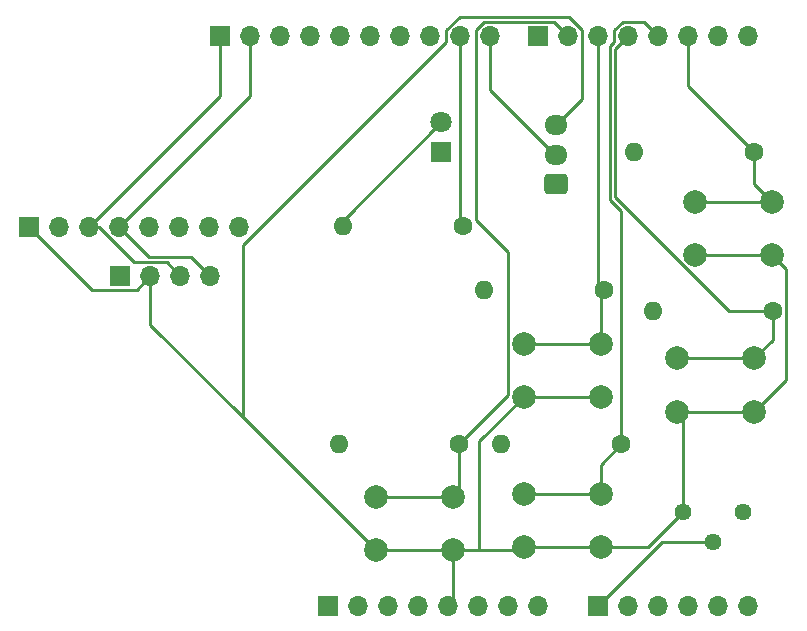
<source format=gbr>
%TF.GenerationSoftware,KiCad,Pcbnew,8.0.8*%
%TF.CreationDate,2025-02-03T18:15:26-07:00*%
%TF.ProjectId,Uno_Shield_ThermoPro,556e6f5f-5368-4696-956c-645f54686572,1.0*%
%TF.SameCoordinates,Original*%
%TF.FileFunction,Copper,L1,Top*%
%TF.FilePolarity,Positive*%
%FSLAX46Y46*%
G04 Gerber Fmt 4.6, Leading zero omitted, Abs format (unit mm)*
G04 Created by KiCad (PCBNEW 8.0.8) date 2025-02-03 18:15:26*
%MOMM*%
%LPD*%
G01*
G04 APERTURE LIST*
G04 Aperture macros list*
%AMRoundRect*
0 Rectangle with rounded corners*
0 $1 Rounding radius*
0 $2 $3 $4 $5 $6 $7 $8 $9 X,Y pos of 4 corners*
0 Add a 4 corners polygon primitive as box body*
4,1,4,$2,$3,$4,$5,$6,$7,$8,$9,$2,$3,0*
0 Add four circle primitives for the rounded corners*
1,1,$1+$1,$2,$3*
1,1,$1+$1,$4,$5*
1,1,$1+$1,$6,$7*
1,1,$1+$1,$8,$9*
0 Add four rect primitives between the rounded corners*
20,1,$1+$1,$2,$3,$4,$5,0*
20,1,$1+$1,$4,$5,$6,$7,0*
20,1,$1+$1,$6,$7,$8,$9,0*
20,1,$1+$1,$8,$9,$2,$3,0*%
G04 Aperture macros list end*
%TA.AperFunction,ComponentPad*%
%ADD10R,1.700000X1.700000*%
%TD*%
%TA.AperFunction,ComponentPad*%
%ADD11O,1.700000X1.700000*%
%TD*%
%TA.AperFunction,ComponentPad*%
%ADD12C,2.000000*%
%TD*%
%TA.AperFunction,ComponentPad*%
%ADD13R,1.800000X1.800000*%
%TD*%
%TA.AperFunction,ComponentPad*%
%ADD14C,1.800000*%
%TD*%
%TA.AperFunction,ComponentPad*%
%ADD15C,1.600000*%
%TD*%
%TA.AperFunction,ComponentPad*%
%ADD16O,1.600000X1.600000*%
%TD*%
%TA.AperFunction,ComponentPad*%
%ADD17RoundRect,0.250000X0.725000X-0.600000X0.725000X0.600000X-0.725000X0.600000X-0.725000X-0.600000X0*%
%TD*%
%TA.AperFunction,ComponentPad*%
%ADD18O,1.950000X1.700000*%
%TD*%
%TA.AperFunction,ComponentPad*%
%ADD19C,1.440000*%
%TD*%
%TA.AperFunction,Conductor*%
%ADD20C,0.250000*%
%TD*%
G04 APERTURE END LIST*
D10*
%TO.P,J1,1,Pin_1*%
%TO.N,unconnected-(J1-Pin_1-Pad1)*%
X127940000Y-97460000D03*
D11*
%TO.P,J1,2,Pin_2*%
%TO.N,/IOREF*%
X130480000Y-97460000D03*
%TO.P,J1,3,Pin_3*%
%TO.N,/~{RESET}*%
X133020000Y-97460000D03*
%TO.P,J1,4,Pin_4*%
%TO.N,+3V3*%
X135560000Y-97460000D03*
%TO.P,J1,5,Pin_5*%
%TO.N,+5V*%
X138100000Y-97460000D03*
%TO.P,J1,6,Pin_6*%
%TO.N,GND*%
X140640000Y-97460000D03*
%TO.P,J1,7,Pin_7*%
X143180000Y-97460000D03*
%TO.P,J1,8,Pin_8*%
%TO.N,VCC*%
X145720000Y-97460000D03*
%TD*%
D10*
%TO.P,J3,1,Pin_1*%
%TO.N,/temp_sensor*%
X150800000Y-97460000D03*
D11*
%TO.P,J3,2,Pin_2*%
%TO.N,/A1*%
X153340000Y-97460000D03*
%TO.P,J3,3,Pin_3*%
%TO.N,/A2*%
X155880000Y-97460000D03*
%TO.P,J3,4,Pin_4*%
%TO.N,/A3*%
X158420000Y-97460000D03*
%TO.P,J3,5,Pin_5*%
%TO.N,/SDA{slash}A4*%
X160960000Y-97460000D03*
%TO.P,J3,6,Pin_6*%
%TO.N,/SCL{slash}A5*%
X163500000Y-97460000D03*
%TD*%
D10*
%TO.P,J2,1,Pin_1*%
%TO.N,/I2C_SCL*%
X118796000Y-49200000D03*
D11*
%TO.P,J2,2,Pin_2*%
%TO.N,/I2C_SDA*%
X121336000Y-49200000D03*
%TO.P,J2,3,Pin_3*%
%TO.N,/AREF*%
X123876000Y-49200000D03*
%TO.P,J2,4,Pin_4*%
%TO.N,GND*%
X126416000Y-49200000D03*
%TO.P,J2,5,Pin_5*%
%TO.N,/13*%
X128956000Y-49200000D03*
%TO.P,J2,6,Pin_6*%
%TO.N,/12*%
X131496000Y-49200000D03*
%TO.P,J2,7,Pin_7*%
%TO.N,/\u002A11*%
X134036000Y-49200000D03*
%TO.P,J2,8,Pin_8*%
%TO.N,/\u002A10*%
X136576000Y-49200000D03*
%TO.P,J2,9,Pin_9*%
%TO.N,/led_light*%
X139116000Y-49200000D03*
%TO.P,J2,10,Pin_10*%
%TO.N,/temp_digital*%
X141656000Y-49200000D03*
%TD*%
D10*
%TO.P,J4,1,Pin_1*%
%TO.N,/7*%
X145720000Y-49200000D03*
D11*
%TO.P,J4,2,Pin_2*%
%TO.N,/button_light*%
X148260000Y-49200000D03*
%TO.P,J4,3,Pin_3*%
%TO.N,/button_cal*%
X150800000Y-49200000D03*
%TO.P,J4,4,Pin_4*%
%TO.N,/button_units*%
X153340000Y-49200000D03*
%TO.P,J4,5,Pin_5*%
%TO.N,/button_lock*%
X155880000Y-49200000D03*
%TO.P,J4,6,Pin_6*%
%TO.N,/button_onoff*%
X158420000Y-49200000D03*
%TO.P,J4,7,Pin_7*%
%TO.N,/TX{slash}1*%
X160960000Y-49200000D03*
%TO.P,J4,8,Pin_8*%
%TO.N,/RX{slash}0*%
X163500000Y-49200000D03*
%TD*%
D12*
%TO.P,SW4,1,A*%
%TO.N,/button_lock*%
X144500000Y-88000000D03*
X151000000Y-88000000D03*
%TO.P,SW4,2,B*%
%TO.N,+5V*%
X144500000Y-92500000D03*
X151000000Y-92500000D03*
%TD*%
D13*
%TO.P,D1,1,K*%
%TO.N,GND*%
X137500000Y-59040000D03*
D14*
%TO.P,D1,2,A*%
%TO.N,Net-(D1-A)*%
X137500000Y-56500000D03*
%TD*%
D12*
%TO.P,SW5,1,A*%
%TO.N,/button_light*%
X132000000Y-88250000D03*
X138500000Y-88250000D03*
%TO.P,SW5,2,B*%
%TO.N,+5V*%
X132000000Y-92750000D03*
X138500000Y-92750000D03*
%TD*%
%TO.P,SW2,1,A*%
%TO.N,/button_units*%
X157500000Y-76500000D03*
X164000000Y-76500000D03*
%TO.P,SW2,2,B*%
%TO.N,+5V*%
X157500000Y-81000000D03*
X164000000Y-81000000D03*
%TD*%
D15*
%TO.P,R4,1*%
%TO.N,/button_cal*%
X151330000Y-70750000D03*
D16*
%TO.P,R4,2*%
%TO.N,GND*%
X141170000Y-70750000D03*
%TD*%
D15*
%TO.P,R1,1*%
%TO.N,/led_light*%
X139330000Y-65250000D03*
D16*
%TO.P,R1,2*%
%TO.N,Net-(D1-A)*%
X129170000Y-65250000D03*
%TD*%
D12*
%TO.P,SW3,1,A*%
%TO.N,/button_cal*%
X144500000Y-75250000D03*
X151000000Y-75250000D03*
%TO.P,SW3,2,B*%
%TO.N,+5V*%
X144500000Y-79750000D03*
X151000000Y-79750000D03*
%TD*%
D10*
%TO.P,J6,1,Pin_1*%
%TO.N,GND*%
X110350000Y-69510000D03*
D11*
%TO.P,J6,2,Pin_2*%
%TO.N,+5V*%
X112890000Y-69510000D03*
%TO.P,J6,3,Pin_3*%
%TO.N,/I2C_SCL*%
X115430000Y-69510000D03*
%TO.P,J6,4,Pin_4*%
%TO.N,/I2C_SDA*%
X117970000Y-69510000D03*
%TD*%
D12*
%TO.P,SW1,1,A*%
%TO.N,/button_onoff*%
X159000000Y-63250000D03*
X165500000Y-63250000D03*
%TO.P,SW1,2,B*%
%TO.N,+5V*%
X159000000Y-67750000D03*
X165500000Y-67750000D03*
%TD*%
D15*
%TO.P,R5,1*%
%TO.N,/button_lock*%
X152750000Y-83750000D03*
D16*
%TO.P,R5,2*%
%TO.N,GND*%
X142590000Y-83750000D03*
%TD*%
D17*
%TO.P,J7,1,Pin_1*%
%TO.N,GND*%
X147250000Y-61750000D03*
D18*
%TO.P,J7,2,Pin_2*%
%TO.N,/temp_digital*%
X147250000Y-59250000D03*
%TO.P,J7,3,Pin_3*%
%TO.N,+5V*%
X147250000Y-56750000D03*
%TD*%
D15*
%TO.P,R2,1*%
%TO.N,/button_onoff*%
X164000000Y-59000000D03*
D16*
%TO.P,R2,2*%
%TO.N,GND*%
X153840000Y-59000000D03*
%TD*%
D19*
%TO.P,RV1,1,1*%
%TO.N,+5V*%
X157960000Y-89515000D03*
%TO.P,RV1,2,2*%
%TO.N,/temp_sensor*%
X160500000Y-92055000D03*
%TO.P,RV1,3,3*%
%TO.N,GND*%
X163040000Y-89515000D03*
%TD*%
D10*
%TO.P,J5,1,Pin_1*%
%TO.N,+5V*%
X102630000Y-65380000D03*
D11*
%TO.P,J5,2,Pin_2*%
%TO.N,GND*%
X105170000Y-65380000D03*
%TO.P,J5,3,Pin_3*%
%TO.N,/I2C_SCL*%
X107710000Y-65380000D03*
%TO.P,J5,4,Pin_4*%
%TO.N,/I2C_SDA*%
X110250000Y-65380000D03*
%TO.P,J5,5,Pin_5*%
%TO.N,unconnected-(J5-Pin_5-Pad5)*%
X112790000Y-65380000D03*
%TO.P,J5,6,Pin_6*%
%TO.N,unconnected-(J5-Pin_6-Pad6)*%
X115330000Y-65380000D03*
%TO.P,J5,7,Pin_7*%
%TO.N,unconnected-(J5-Pin_7-Pad7)*%
X117870000Y-65380000D03*
%TO.P,J5,8,Pin_8*%
%TO.N,unconnected-(J5-Pin_8-Pad8)*%
X120410000Y-65380000D03*
%TD*%
D15*
%TO.P,R6,1*%
%TO.N,/button_light*%
X139000000Y-83750000D03*
D16*
%TO.P,R6,2*%
%TO.N,GND*%
X128840000Y-83750000D03*
%TD*%
D15*
%TO.P,R3,1*%
%TO.N,/button_units*%
X165580000Y-72500000D03*
D16*
%TO.P,R3,2*%
%TO.N,GND*%
X155420000Y-72500000D03*
%TD*%
D20*
%TO.N,+5V*%
X112890000Y-73640000D02*
X120750000Y-81500000D01*
X120750000Y-66877701D02*
X120750000Y-81500000D01*
X120750000Y-81500000D02*
X132000000Y-92750000D01*
X147250000Y-56750000D02*
X149435000Y-54565000D01*
X149435000Y-54565000D02*
X149435000Y-48713299D01*
X149435000Y-48713299D02*
X148296701Y-47575000D01*
X148296701Y-47575000D02*
X139079299Y-47575000D01*
X137941000Y-48713299D02*
X137941000Y-49686701D01*
X139079299Y-47575000D02*
X137941000Y-48713299D01*
X137941000Y-49686701D02*
X120750000Y-66877701D01*
%TO.N,/button_light*%
X148260000Y-49200000D02*
X147085000Y-48025000D01*
X147085000Y-48025000D02*
X141169299Y-48025000D01*
X141169299Y-48025000D02*
X140481000Y-48713299D01*
X140481000Y-64811000D02*
X143175000Y-67505000D01*
X140481000Y-48713299D02*
X140481000Y-64811000D01*
X143175000Y-67505000D02*
X143175000Y-79575000D01*
X143175000Y-79575000D02*
X139000000Y-83750000D01*
%TO.N,Net-(D1-A)*%
X129170000Y-64830000D02*
X137500000Y-56500000D01*
%TO.N,/button_light*%
X139000000Y-83750000D02*
X139000000Y-87750000D01*
X132000000Y-88250000D02*
X138500000Y-88250000D01*
%TO.N,+5V*%
X138500000Y-92750000D02*
X140750000Y-92750000D01*
X140750000Y-92750000D02*
X144250000Y-92750000D01*
X144500000Y-79750000D02*
X140750000Y-83500000D01*
X140750000Y-83500000D02*
X140750000Y-92750000D01*
X144500000Y-79750000D02*
X151000000Y-79750000D01*
X165500000Y-67750000D02*
X166705000Y-68955000D01*
X166705000Y-68955000D02*
X166705000Y-78295000D01*
X166705000Y-78295000D02*
X164000000Y-81000000D01*
X112890000Y-69510000D02*
X112890000Y-73640000D01*
X151000000Y-92500000D02*
X154975000Y-92500000D01*
X154975000Y-92500000D02*
X157960000Y-89515000D01*
%TO.N,/button_lock*%
X152750000Y-83750000D02*
X152750000Y-64010229D01*
X152750000Y-64010229D02*
X151800000Y-63060229D01*
X151800000Y-63060229D02*
X151800000Y-50051701D01*
X152165000Y-48713299D02*
X152878299Y-48000000D01*
X151800000Y-50051701D02*
X152165000Y-49686701D01*
X152165000Y-49686701D02*
X152165000Y-48713299D01*
X152878299Y-48000000D02*
X154680000Y-48000000D01*
X154680000Y-48000000D02*
X155880000Y-49200000D01*
%TO.N,/button_cal*%
X151000000Y-75250000D02*
X151000000Y-71080000D01*
X144500000Y-75250000D02*
X151000000Y-75250000D01*
%TO.N,/button_lock*%
X144500000Y-88000000D02*
X151000000Y-88000000D01*
X151000000Y-88000000D02*
X151000000Y-85500000D01*
X151000000Y-85500000D02*
X152750000Y-83750000D01*
%TO.N,+5V*%
X138500000Y-92750000D02*
X138500000Y-97060000D01*
X132000000Y-92750000D02*
X138500000Y-92750000D01*
X144500000Y-92500000D02*
X151000000Y-92500000D01*
X157960000Y-89515000D02*
X157960000Y-81460000D01*
%TO.N,/temp_sensor*%
X150800000Y-97460000D02*
X156205000Y-92055000D01*
X156205000Y-92055000D02*
X160500000Y-92055000D01*
%TO.N,+5V*%
X164000000Y-81000000D02*
X157500000Y-81000000D01*
%TO.N,/button_units*%
X164000000Y-76500000D02*
X165580000Y-74920000D01*
X165580000Y-74920000D02*
X165580000Y-72500000D01*
X164000000Y-76500000D02*
X157500000Y-76500000D01*
X165580000Y-72500000D02*
X161876167Y-72500000D01*
X161876167Y-72500000D02*
X152250000Y-62873833D01*
X152250000Y-62873833D02*
X152250000Y-50290000D01*
X152250000Y-50290000D02*
X153340000Y-49200000D01*
%TO.N,+5V*%
X165500000Y-67750000D02*
X159000000Y-67750000D01*
%TO.N,/button_onoff*%
X165500000Y-63250000D02*
X159000000Y-63250000D01*
X164000000Y-59000000D02*
X164000000Y-61750000D01*
X164000000Y-61750000D02*
X165500000Y-63250000D01*
X158420000Y-49200000D02*
X158420000Y-53420000D01*
X158420000Y-53420000D02*
X164000000Y-59000000D01*
%TO.N,/button_cal*%
X150800000Y-49200000D02*
X150800000Y-70220000D01*
X150800000Y-70220000D02*
X151330000Y-70750000D01*
%TO.N,/temp_digital*%
X147125000Y-59250000D02*
X141656000Y-53781000D01*
X141656000Y-53781000D02*
X141656000Y-49200000D01*
%TO.N,/led_light*%
X139116000Y-49200000D02*
X139116000Y-65036000D01*
%TO.N,/I2C_SDA*%
X110250000Y-65380000D02*
X121336000Y-54294000D01*
X121336000Y-54294000D02*
X121336000Y-49200000D01*
%TO.N,+5V*%
X102630000Y-65380000D02*
X107935000Y-70685000D01*
X107935000Y-70685000D02*
X111715000Y-70685000D01*
X111715000Y-70685000D02*
X112890000Y-69510000D01*
%TO.N,/I2C_SDA*%
X110250000Y-65380000D02*
X112755000Y-67885000D01*
X112755000Y-67885000D02*
X116345000Y-67885000D01*
X116345000Y-67885000D02*
X117970000Y-69510000D01*
%TO.N,/I2C_SCL*%
X107710000Y-65380000D02*
X108570000Y-65380000D01*
X108570000Y-65380000D02*
X111525000Y-68335000D01*
X111525000Y-68335000D02*
X114255000Y-68335000D01*
X114255000Y-68335000D02*
X115430000Y-69510000D01*
X118796000Y-49200000D02*
X118796000Y-54294000D01*
X118796000Y-54294000D02*
X107710000Y-65380000D01*
%TD*%
M02*

</source>
